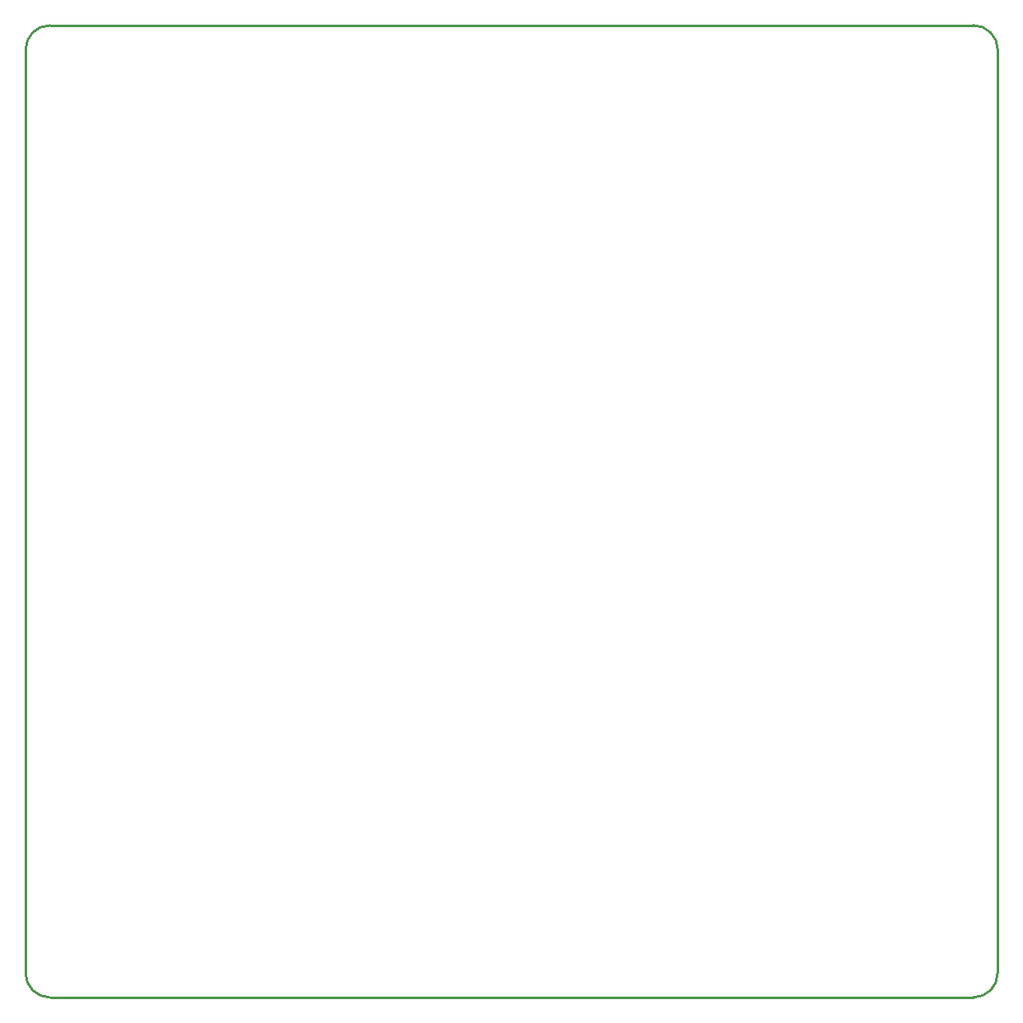
<source format=gko>
G04 Layer: BoardOutline*
G04 EasyEDA v6.3.22, 2020-01-04T19:44:14+01:00*
G04 f50fd1600d684b49919d2234b325bca6,43c3eb671339413baca6572c6aa340f4,10*
G04 Gerber Generator version 0.2*
G04 Scale: 100 percent, Rotated: No, Reflected: No *
G04 Dimensions in millimeters *
G04 leading zeros omitted , absolute positions ,3 integer and 3 decimal *
%FSLAX33Y33*%
%MOMM*%
G90*
G71D02*

%ADD10C,0.254000*%
G54D10*
G01X2499Y100000D02*
G01X97500Y100000D01*
G01X100000Y97500D02*
G01X100000Y2500D01*
G01X97500Y0D02*
G01X2499Y0D01*
G01X1Y2500D02*
G01X1Y97500D01*
G75*
G01X97500Y100000D02*
G02X100000Y97500I0J-2500D01*
G01*
G75*
G01X100000Y2500D02*
G02X97500Y0I-2500J0D01*
G01*
G75*
G01X2500Y0D02*
G02X0Y2500I0J2500D01*
G01*
G75*
G01X0Y97500D02*
G02X2500Y100000I2500J0D01*
G01*

%LPD*%
M00*
M02*

</source>
